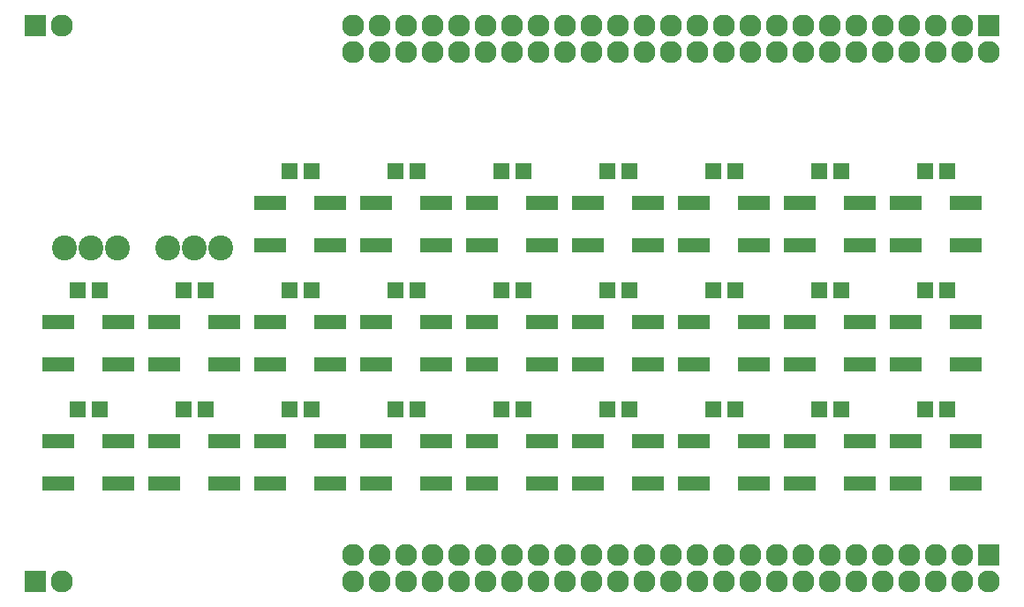
<source format=gts>
G04 #@! TF.FileFunction,Soldermask,Top*
%FSLAX46Y46*%
G04 Gerber Fmt 4.6, Leading zero omitted, Abs format (unit mm)*
G04 Created by KiCad (PCBNEW 4.0.4+dfsg1-stable) date Wed Nov 30 20:07:12 2016*
%MOMM*%
%LPD*%
G01*
G04 APERTURE LIST*
%ADD10C,0.100000*%
%ADD11R,3.150000X1.400000*%
%ADD12R,2.127200X2.127200*%
%ADD13O,2.127200X2.127200*%
%ADD14R,1.598880X1.598880*%
%ADD15C,2.398980*%
G04 APERTURE END LIST*
D10*
D11*
X84755000Y-113570000D03*
X90505000Y-113570000D03*
X90505000Y-117570000D03*
X84755000Y-117570000D03*
X94915000Y-113570000D03*
X100665000Y-113570000D03*
X100665000Y-117570000D03*
X94915000Y-117570000D03*
X105075000Y-113570000D03*
X110825000Y-113570000D03*
X110825000Y-117570000D03*
X105075000Y-117570000D03*
X115235000Y-113570000D03*
X120985000Y-113570000D03*
X120985000Y-117570000D03*
X115235000Y-117570000D03*
X125395000Y-113570000D03*
X131145000Y-113570000D03*
X131145000Y-117570000D03*
X125395000Y-117570000D03*
X135555000Y-113570000D03*
X141305000Y-113570000D03*
X141305000Y-117570000D03*
X135555000Y-117570000D03*
X145715000Y-113570000D03*
X151465000Y-113570000D03*
X151465000Y-117570000D03*
X145715000Y-117570000D03*
X155875000Y-113570000D03*
X161625000Y-113570000D03*
X161625000Y-117570000D03*
X155875000Y-117570000D03*
X84755000Y-125000000D03*
X90505000Y-125000000D03*
X90505000Y-129000000D03*
X84755000Y-129000000D03*
X94915000Y-125000000D03*
X100665000Y-125000000D03*
X100665000Y-129000000D03*
X94915000Y-129000000D03*
X105075000Y-125000000D03*
X110825000Y-125000000D03*
X110825000Y-129000000D03*
X105075000Y-129000000D03*
X115235000Y-125000000D03*
X120985000Y-125000000D03*
X120985000Y-129000000D03*
X115235000Y-129000000D03*
X125395000Y-125000000D03*
X131145000Y-125000000D03*
X131145000Y-129000000D03*
X125395000Y-129000000D03*
X135555000Y-125000000D03*
X141305000Y-125000000D03*
X141305000Y-129000000D03*
X135555000Y-129000000D03*
X145715000Y-125000000D03*
X151465000Y-125000000D03*
X151465000Y-129000000D03*
X145715000Y-129000000D03*
X155875000Y-125000000D03*
X161625000Y-125000000D03*
X161625000Y-129000000D03*
X155875000Y-129000000D03*
D12*
X173990000Y-85090000D03*
D13*
X173990000Y-87630000D03*
X171450000Y-85090000D03*
X171450000Y-87630000D03*
X168910000Y-85090000D03*
X168910000Y-87630000D03*
X166370000Y-85090000D03*
X166370000Y-87630000D03*
X163830000Y-85090000D03*
X163830000Y-87630000D03*
X161290000Y-85090000D03*
X161290000Y-87630000D03*
X158750000Y-85090000D03*
X158750000Y-87630000D03*
X156210000Y-85090000D03*
X156210000Y-87630000D03*
X153670000Y-85090000D03*
X153670000Y-87630000D03*
X151130000Y-85090000D03*
X151130000Y-87630000D03*
X148590000Y-85090000D03*
X148590000Y-87630000D03*
X146050000Y-85090000D03*
X146050000Y-87630000D03*
X143510000Y-85090000D03*
X143510000Y-87630000D03*
X140970000Y-85090000D03*
X140970000Y-87630000D03*
X138430000Y-85090000D03*
X138430000Y-87630000D03*
X135890000Y-85090000D03*
X135890000Y-87630000D03*
X133350000Y-85090000D03*
X133350000Y-87630000D03*
X130810000Y-85090000D03*
X130810000Y-87630000D03*
X128270000Y-85090000D03*
X128270000Y-87630000D03*
X125730000Y-85090000D03*
X125730000Y-87630000D03*
X123190000Y-85090000D03*
X123190000Y-87630000D03*
X120650000Y-85090000D03*
X120650000Y-87630000D03*
X118110000Y-85090000D03*
X118110000Y-87630000D03*
X115570000Y-85090000D03*
X115570000Y-87630000D03*
X113030000Y-85090000D03*
X113030000Y-87630000D03*
D12*
X173990000Y-135890000D03*
D13*
X173990000Y-138430000D03*
X171450000Y-135890000D03*
X171450000Y-138430000D03*
X168910000Y-135890000D03*
X168910000Y-138430000D03*
X166370000Y-135890000D03*
X166370000Y-138430000D03*
X163830000Y-135890000D03*
X163830000Y-138430000D03*
X161290000Y-135890000D03*
X161290000Y-138430000D03*
X158750000Y-135890000D03*
X158750000Y-138430000D03*
X156210000Y-135890000D03*
X156210000Y-138430000D03*
X153670000Y-135890000D03*
X153670000Y-138430000D03*
X151130000Y-135890000D03*
X151130000Y-138430000D03*
X148590000Y-135890000D03*
X148590000Y-138430000D03*
X146050000Y-135890000D03*
X146050000Y-138430000D03*
X143510000Y-135890000D03*
X143510000Y-138430000D03*
X140970000Y-135890000D03*
X140970000Y-138430000D03*
X138430000Y-135890000D03*
X138430000Y-138430000D03*
X135890000Y-135890000D03*
X135890000Y-138430000D03*
X133350000Y-135890000D03*
X133350000Y-138430000D03*
X130810000Y-135890000D03*
X130810000Y-138430000D03*
X128270000Y-135890000D03*
X128270000Y-138430000D03*
X125730000Y-135890000D03*
X125730000Y-138430000D03*
X123190000Y-135890000D03*
X123190000Y-138430000D03*
X120650000Y-135890000D03*
X120650000Y-138430000D03*
X118110000Y-135890000D03*
X118110000Y-138430000D03*
X115570000Y-135890000D03*
X115570000Y-138430000D03*
X113030000Y-135890000D03*
X113030000Y-138430000D03*
D11*
X166035000Y-113570000D03*
X171785000Y-113570000D03*
X171785000Y-117570000D03*
X166035000Y-117570000D03*
X166035000Y-125000000D03*
X171785000Y-125000000D03*
X171785000Y-129000000D03*
X166035000Y-129000000D03*
D12*
X82550000Y-85090000D03*
D13*
X85090000Y-85090000D03*
D12*
X82550000Y-138430000D03*
D13*
X85090000Y-138430000D03*
D11*
X166035000Y-102140000D03*
X171785000Y-102140000D03*
X171785000Y-106140000D03*
X166035000Y-106140000D03*
X105075000Y-102140000D03*
X110825000Y-102140000D03*
X110825000Y-106140000D03*
X105075000Y-106140000D03*
X115235000Y-102140000D03*
X120985000Y-102140000D03*
X120985000Y-106140000D03*
X115235000Y-106140000D03*
X125395000Y-102140000D03*
X131145000Y-102140000D03*
X131145000Y-106140000D03*
X125395000Y-106140000D03*
X135555000Y-102140000D03*
X141305000Y-102140000D03*
X141305000Y-106140000D03*
X135555000Y-106140000D03*
X145715000Y-102140000D03*
X151465000Y-102140000D03*
X151465000Y-106140000D03*
X145715000Y-106140000D03*
X155875000Y-102140000D03*
X161625000Y-102140000D03*
X161625000Y-106140000D03*
X155875000Y-106140000D03*
D14*
X129319020Y-121920000D03*
X127220980Y-121920000D03*
X139479020Y-121920000D03*
X137380980Y-121920000D03*
X149639020Y-121920000D03*
X147540980Y-121920000D03*
X159799020Y-121920000D03*
X157700980Y-121920000D03*
X169959020Y-121920000D03*
X167860980Y-121920000D03*
X129319020Y-110490000D03*
X127220980Y-110490000D03*
X139479020Y-110490000D03*
X137380980Y-110490000D03*
X149639020Y-110490000D03*
X147540980Y-110490000D03*
X159799020Y-110490000D03*
X157700980Y-110490000D03*
X169959020Y-110490000D03*
X167860980Y-110490000D03*
X129319020Y-99060000D03*
X127220980Y-99060000D03*
X139479020Y-99060000D03*
X137380980Y-99060000D03*
X149639020Y-99060000D03*
X147540980Y-99060000D03*
X159799020Y-99060000D03*
X157700980Y-99060000D03*
X169959020Y-99060000D03*
X167860980Y-99060000D03*
X108999020Y-99060000D03*
X106900980Y-99060000D03*
X119159020Y-110490000D03*
X117060980Y-110490000D03*
X108999020Y-110490000D03*
X106900980Y-110490000D03*
X98839020Y-110490000D03*
X96740980Y-110490000D03*
X88679020Y-110490000D03*
X86580980Y-110490000D03*
X119159020Y-99060000D03*
X117060980Y-99060000D03*
X119159020Y-121920000D03*
X117060980Y-121920000D03*
X108999020Y-121920000D03*
X106900980Y-121920000D03*
X98839020Y-121920000D03*
X96740980Y-121920000D03*
X88679020Y-121920000D03*
X86580980Y-121920000D03*
D15*
X97790000Y-106426000D03*
X100330000Y-106426000D03*
X95250000Y-106426000D03*
X87884000Y-106426000D03*
X90424000Y-106426000D03*
X85344000Y-106426000D03*
M02*

</source>
